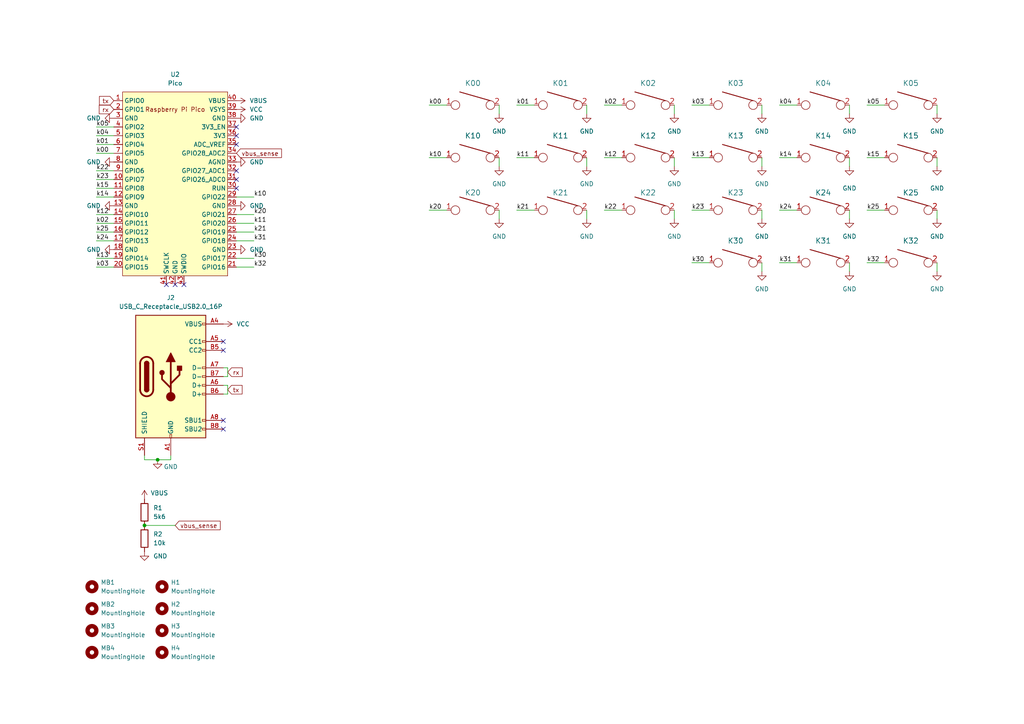
<source format=kicad_sch>
(kicad_sch (version 20231120) (generator "eeschema") (generator_version "8.0")
  (paper "A4")
  (title_block (rev "rev1.0"))
  (lib_symbols
    (symbol "Connector:USB_C_Receptacle_USB2.0_16P" (pin_names (offset 1.016))
      (property "Reference" "J" (at 0 22.225 0))
      (property "Value" "USB_C_Receptacle_USB2.0_16P" (at 0 19.685 0))
      (symbol "USB_C_Receptacle_USB2.0_16P_0_0"
        (rectangle (start -0.254 -17.78) (end 0.254 -16.764))
        (rectangle (start 10.16 -14.986) (end 9.144 -15.494))
        (rectangle (start 10.16 -12.446) (end 9.144 -12.954))
        (rectangle (start 10.16 -4.826) (end 9.144 -5.334))
        (rectangle (start 10.16 -2.286) (end 9.144 -2.794))
        (rectangle (start 10.16 0.254) (end 9.144 -0.254))
        (rectangle (start 10.16 2.794) (end 9.144 2.286))
        (rectangle (start 10.16 7.874) (end 9.144 7.366))
        (rectangle (start 10.16 10.414) (end 9.144 9.906))
        (rectangle (start 10.16 15.494) (end 9.144 14.986))
      )
      (symbol "USB_C_Receptacle_USB2.0_16P_0_1"
        (rectangle (start -10.16 17.78) (end 10.16 -17.78) (stroke (width 0.254)) (fill (type background)))
        (arc (start -8.89 -3.81) (mid -6.985 -5.7067) (end -5.08 -3.81) (stroke (width 0.508)))
        (arc (start -7.62 -3.81) (mid -6.985 -4.4423) (end -6.35 -3.81) (stroke (width 0.254)))
        (arc (start -7.62 -3.81) (mid -6.985 -4.4423) (end -6.35 -3.81) (stroke (width 0.254)) (fill (type outline)))
        (rectangle (start -7.62 -3.81) (end -6.35 3.81) (stroke (width 0.254)) (fill (type outline)))
        (arc (start -6.35 3.81) (mid -6.985 4.4423) (end -7.62 3.81) (stroke (width 0.254)))
        (arc (start -6.35 3.81) (mid -6.985 4.4423) (end -7.62 3.81) (stroke (width 0.254)) (fill (type outline)))
        (arc (start -5.08 3.81) (mid -6.985 5.7067) (end -8.89 3.81) (stroke (width 0.508)))
        (circle (center -2.54 1.143) (radius 0.635) (stroke (width 0.254)) (fill (type outline)))
        (circle (center 0 -5.842) (radius 1.27) (fill (type outline)))
        (polyline (pts (xy -8.89 -3.81) (xy -8.89 3.81)) (stroke (width 0.508)))
        (polyline (pts (xy -5.08 3.81) (xy -5.08 -3.81)) (stroke (width 0.508)))
        (polyline (pts (xy 0 -5.842) (xy 0 4.318)) (stroke (width 0.508)))
        (polyline (pts (xy 0 -3.302) (xy -2.54 -0.762) (xy -2.54 0.508)) (stroke (width 0.508)))
        (polyline (pts (xy 0 -2.032) (xy 2.54 0.508) (xy 2.54 1.778)) (stroke (width 0.508)))
        (polyline (pts (xy -1.27 4.318) (xy 0 6.858) (xy 1.27 4.318) (xy -1.27 4.318)) (stroke (width 0.254)) (fill (type outline)))
        (rectangle (start 1.905 1.778) (end 3.175 3.048) (stroke (width 0.254)) (fill (type outline)))
      )
      (symbol "USB_C_Receptacle_USB2.0_16P_1_1"
        (pin passive line (at 0 -22.86 90) (length 5.08) (name "GND") (number "A1"))
        (pin passive line (at 0 -22.86 90) (length 5.08) hide (name "GND") (number "A12"))
        (pin passive line (at 15.24 15.24 180) (length 5.08) (name "VBUS") (number "A4"))
        (pin bidirectional line (at 15.24 10.16 180) (length 5.08) (name "CC1") (number "A5"))
        (pin bidirectional line (at 15.24 -2.54 180) (length 5.08) (name "D+") (number "A6"))
        (pin bidirectional line (at 15.24 2.54 180) (length 5.08) (name "D-") (number "A7"))
        (pin bidirectional line (at 15.24 -12.7 180) (length 5.08) (name "SBU1") (number "A8"))
        (pin passive line (at 15.24 15.24 180) (length 5.08) hide (name "VBUS") (number "A9"))
        (pin passive line (at 0 -22.86 90) (length 5.08) hide (name "GND") (number "B1"))
        (pin passive line (at 0 -22.86 90) (length 5.08) hide (name "GND") (number "B12"))
        (pin passive line (at 15.24 15.24 180) (length 5.08) hide (name "VBUS") (number "B4"))
        (pin bidirectional line (at 15.24 7.62 180) (length 5.08) (name "CC2") (number "B5"))
        (pin bidirectional line (at 15.24 -5.08 180) (length 5.08) (name "D+") (number "B6"))
        (pin bidirectional line (at 15.24 0 180) (length 5.08) (name "D-") (number "B7"))
        (pin bidirectional line (at 15.24 -15.24 180) (length 5.08) (name "SBU2") (number "B8"))
        (pin passive line (at 15.24 15.24 180) (length 5.08) hide (name "VBUS") (number "B9"))
        (pin passive line (at -7.62 -22.86 90) (length 5.08) (name "SHIELD") (number "S1"))
      )
    )
    (symbol "Device:R" (pin_numbers hide) (pin_names (offset 0))
      (property "Reference" "R" (at 2.032 0 90))
      (property "Value" "R" (at 0 0 90))
      (symbol "R_0_1"
        (rectangle (start -1.016 -2.54) (end 1.016 2.54) (stroke (width 0.254)))
      )
      (symbol "R_1_1"
        (pin passive line (at 0 3.81 270) (length 1.27) (name "~") (number "1"))
        (pin passive line (at 0 -3.81 90) (length 1.27) (name "~") (number "2"))
      )
    )
    (symbol "KiCad-RP-Pico:Pico"
      (property "Reference" "U" (at -13.97 27.94 0))
      (property "Value" "Pico" (at 0 19.05 0))
      (symbol "Pico_0_0"
        (text "Raspberry Pi Pico" (at 0 21.59 0) (effects (font (size 1.27 1.27))))
      )
      (symbol "Pico_0_1"
        (rectangle (start -15.24 26.67) (end 15.24 -26.67) (fill (type background)))
      )
      (symbol "Pico_1_1"
        (pin bidirectional line (at -17.78 24.13 0) (length 2.54) (name "GPIO0") (number "1"))
        (pin bidirectional line (at -17.78 1.27 0) (length 2.54) (name "GPIO7") (number "10"))
        (pin bidirectional line (at -17.78 -1.27 0) (length 2.54) (name "GPIO8") (number "11"))
        (pin bidirectional line (at -17.78 -3.81 0) (length 2.54) (name "GPIO9") (number "12"))
        (pin power_in line (at -17.78 -6.35 0) (length 2.54) (name "GND") (number "13"))
        (pin bidirectional line (at -17.78 -8.89 0) (length 2.54) (name "GPIO10") (number "14"))
        (pin bidirectional line (at -17.78 -11.43 0) (length 2.54) (name "GPIO11") (number "15"))
        (pin bidirectional line (at -17.78 -13.97 0) (length 2.54) (name "GPIO12") (number "16"))
        (pin bidirectional line (at -17.78 -16.51 0) (length 2.54) (name "GPIO13") (number "17"))
        (pin power_in line (at -17.78 -19.05 0) (length 2.54) (name "GND") (number "18"))
        (pin bidirectional line (at -17.78 -21.59 0) (length 2.54) (name "GPIO14") (number "19"))
        (pin bidirectional line (at -17.78 21.59 0) (length 2.54) (name "GPIO1") (number "2"))
        (pin bidirectional line (at -17.78 -24.13 0) (length 2.54) (name "GPIO15") (number "20"))
        (pin bidirectional line (at 17.78 -24.13 180) (length 2.54) (name "GPIO16") (number "21"))
        (pin bidirectional line (at 17.78 -21.59 180) (length 2.54) (name "GPIO17") (number "22"))
        (pin power_in line (at 17.78 -19.05 180) (length 2.54) (name "GND") (number "23"))
        (pin bidirectional line (at 17.78 -16.51 180) (length 2.54) (name "GPIO18") (number "24"))
        (pin bidirectional line (at 17.78 -13.97 180) (length 2.54) (name "GPIO19") (number "25"))
        (pin bidirectional line (at 17.78 -11.43 180) (length 2.54) (name "GPIO20") (number "26"))
        (pin bidirectional line (at 17.78 -8.89 180) (length 2.54) (name "GPIO21") (number "27"))
        (pin power_in line (at 17.78 -6.35 180) (length 2.54) (name "GND") (number "28"))
        (pin bidirectional line (at 17.78 -3.81 180) (length 2.54) (name "GPIO22") (number "29"))
        (pin power_in line (at -17.78 19.05 0) (length 2.54) (name "GND") (number "3"))
        (pin input line (at 17.78 -1.27 180) (length 2.54) (name "RUN") (number "30"))
        (pin bidirectional line (at 17.78 1.27 180) (length 2.54) (name "GPIO26_ADC0") (number "31"))
        (pin bidirectional line (at 17.78 3.81 180) (length 2.54) (name "GPIO27_ADC1") (number "32"))
        (pin power_in line (at 17.78 6.35 180) (length 2.54) (name "AGND") (number "33"))
        (pin bidirectional line (at 17.78 8.89 180) (length 2.54) (name "GPIO28_ADC2") (number "34"))
        (pin power_in line (at 17.78 11.43 180) (length 2.54) (name "ADC_VREF") (number "35"))
        (pin power_in line (at 17.78 13.97 180) (length 2.54) (name "3V3") (number "36"))
        (pin input line (at 17.78 16.51 180) (length 2.54) (name "3V3_EN") (number "37"))
        (pin bidirectional line (at 17.78 19.05 180) (length 2.54) (name "GND") (number "38"))
        (pin power_in line (at 17.78 21.59 180) (length 2.54) (name "VSYS") (number "39"))
        (pin bidirectional line (at -17.78 16.51 0) (length 2.54) (name "GPIO2") (number "4"))
        (pin power_in line (at 17.78 24.13 180) (length 2.54) (name "VBUS") (number "40"))
        (pin input line (at -2.54 -29.21 90) (length 2.54) (name "SWCLK") (number "41"))
        (pin power_in line (at 0 -29.21 90) (length 2.54) (name "GND") (number "42"))
        (pin bidirectional line (at 2.54 -29.21 90) (length 2.54) (name "SWDIO") (number "43"))
        (pin bidirectional line (at -17.78 13.97 0) (length 2.54) (name "GPIO3") (number "5"))
        (pin bidirectional line (at -17.78 11.43 0) (length 2.54) (name "GPIO4") (number "6"))
        (pin bidirectional line (at -17.78 8.89 0) (length 2.54) (name "GPIO5") (number "7"))
        (pin power_in line (at -17.78 6.35 0) (length 2.54) (name "GND") (number "8"))
        (pin bidirectional line (at -17.78 3.81 0) (length 2.54) (name "GPIO6") (number "9"))
      )
    )
    (symbol "Mechanical:MountingHole" (pin_names (offset 1.016))
      (property "Reference" "H" (at 0 5.08 0))
      (property "Value" "MountingHole" (at 0 3.175 0))
      (symbol "MountingHole_0_1"
        (circle (center 0 0) (radius 1.27) (stroke (width 1.27)))
      )
    )
    (symbol "keyboard_parts:KEYSW" (pin_names (offset 1.016))
      (property "Reference" "K?" (at -1.27 0 0))
      (symbol "KEYSW_0_1"
        (circle (center -5.08 0) (radius 1.27))
        (polyline (pts (xy -5.08 1.27) (xy 3.81 3.81)) (stroke (width 0.254)))
        (circle (center 5.08 0) (radius 1.27))
      )
      (symbol "KEYSW_1_1"
        (pin passive line (at 7.62 0 180) (length 1.27) (name "~") (number "1"))
        (pin passive line (at -7.62 0 0) (length 1.27) (name "~") (number "2"))
      )
    )
    (symbol "power:GND" (power) (pin_names (offset 0))
      (property "Value" "GND" (at 0 -3.81 0))
      (symbol "GND_0_1"
        (polyline (pts (xy 0 0) (xy 0 -1.27) (xy 1.27 -1.27) (xy 0 -2.54) (xy -1.27 -1.27) (xy 0 -1.27)))
      )
      (symbol "GND_1_1"
        (pin power_in line (at 0 0 270) (length 0) hide (name "GND") (number "1"))
      )
    )
    (symbol "power:VBUS" (power) (pin_names (offset 0))
      (property "Value" "VBUS" (at 0 3.81 0))
      (symbol "VBUS_0_1"
        (polyline (pts (xy -0.762 1.27) (xy 0 2.54)))
        (polyline (pts (xy 0 0) (xy 0 2.54)))
        (polyline (pts (xy 0 2.54) (xy 0.762 1.27)))
      )
      (symbol "VBUS_1_1"
        (pin power_in line (at 0 0 90) (length 0) hide (name "VBUS") (number "1"))
      )
    )
    (symbol "power:VCC" (power) (pin_names (offset 0))
      (property "Value" "VCC" (at 0 3.81 0))
      (symbol "VCC_0_1"
        (polyline (pts (xy -0.762 1.27) (xy 0 2.54)))
        (polyline (pts (xy 0 0) (xy 0 2.54)))
        (polyline (pts (xy 0 2.54) (xy 0.762 1.27)))
      )
      (symbol "VCC_1_1"
        (pin power_in line (at 0 0 90) (length 0) hide (name "VCC") (number "1"))
      )
    )
  )
  (junction (at 41.91 152.4))
  (junction (at 45.72 133.35))
  (no_connect (at 64.77 121.92))
  (no_connect (at 64.77 101.6))
  (no_connect (at 68.58 49.53))
  (no_connect (at 53.34 82.55))
  (no_connect (at 50.8 82.55))
  (no_connect (at 48.26 82.55))
  (no_connect (at 64.77 124.46))
  (no_connect (at 68.58 52.07))
  (no_connect (at 68.58 39.37))
  (no_connect (at 68.58 41.91))
  (no_connect (at 68.58 36.83))
  (no_connect (at 68.58 54.61))
  (no_connect (at 64.77 99.06))
  (wire (pts (xy 149.86 60.96) (xy 154.94 60.96)))
  (wire (pts (xy 27.94 41.91) (xy 33.02 41.91)))
  (wire (pts (xy 66.04 111.76) (xy 66.04 114.3)))
  (wire (pts (xy 200.66 45.72) (xy 205.74 45.72)))
  (wire (pts (xy 251.46 30.48) (xy 256.54 30.48)))
  (wire (pts (xy 66.04 106.68) (xy 66.04 109.22)))
  (wire (pts (xy 124.46 45.72) (xy 129.54 45.72)))
  (wire (pts (xy 200.66 60.96) (xy 205.74 60.96)))
  (wire (pts (xy 68.58 67.31) (xy 73.66 67.31)))
  (wire (pts (xy 149.86 45.72) (xy 154.94 45.72)))
  (wire (pts (xy 27.94 49.53) (xy 33.02 49.53)))
  (wire (pts (xy 68.58 62.23) (xy 73.66 62.23)))
  (wire (pts (xy 27.94 74.93) (xy 33.02 74.93)))
  (wire (pts (xy 175.26 60.96) (xy 180.34 60.96)))
  (wire (pts (xy 251.46 60.96) (xy 256.54 60.96)))
  (wire (pts (xy 195.58 63.5) (xy 195.58 60.96)))
  (wire (pts (xy 144.78 63.5) (xy 144.78 60.96)))
  (wire (pts (xy 246.38 48.26) (xy 246.38 45.72)))
  (wire (pts (xy 220.98 48.26) (xy 220.98 45.72)))
  (wire (pts (xy 144.78 48.26) (xy 144.78 45.72)))
  (wire (pts (xy 27.94 67.31) (xy 33.02 67.31)))
  (wire (pts (xy 27.94 77.47) (xy 33.02 77.47)))
  (wire (pts (xy 175.26 45.72) (xy 180.34 45.72)))
  (wire (pts (xy 246.38 78.74) (xy 246.38 76.2)))
  (wire (pts (xy 271.78 48.26) (xy 271.78 45.72)))
  (wire (pts (xy 200.66 76.2) (xy 205.74 76.2)))
  (wire (pts (xy 226.06 45.72) (xy 231.14 45.72)))
  (wire (pts (xy 68.58 57.15) (xy 73.66 57.15)))
  (wire (pts (xy 200.66 30.48) (xy 205.74 30.48)))
  (wire (pts (xy 220.98 78.74) (xy 220.98 76.2)))
  (wire (pts (xy 45.72 133.35) (xy 49.53 133.35)))
  (wire (pts (xy 271.78 63.5) (xy 271.78 60.96)))
  (wire (pts (xy 124.46 60.96) (xy 129.54 60.96)))
  (wire (pts (xy 27.94 69.85) (xy 33.02 69.85)))
  (wire (pts (xy 27.94 54.61) (xy 33.02 54.61)))
  (wire (pts (xy 144.78 33.02) (xy 144.78 30.48)))
  (wire (pts (xy 195.58 48.26) (xy 195.58 45.72)))
  (wire (pts (xy 170.18 63.5) (xy 170.18 60.96)))
  (wire (pts (xy 64.77 111.76) (xy 66.04 111.76)))
  (wire (pts (xy 246.38 63.5) (xy 246.38 60.96)))
  (wire (pts (xy 41.91 133.35) (xy 45.72 133.35)))
  (wire (pts (xy 226.06 30.48) (xy 231.14 30.48)))
  (wire (pts (xy 124.46 30.48) (xy 129.54 30.48)))
  (wire (pts (xy 27.94 39.37) (xy 33.02 39.37)))
  (wire (pts (xy 27.94 57.15) (xy 33.02 57.15)))
  (wire (pts (xy 49.53 133.35) (xy 49.53 132.08)))
  (wire (pts (xy 170.18 48.26) (xy 170.18 45.72)))
  (wire (pts (xy 175.26 30.48) (xy 180.34 30.48)))
  (wire (pts (xy 68.58 74.93) (xy 73.66 74.93)))
  (wire (pts (xy 64.77 114.3) (xy 66.04 114.3)))
  (wire (pts (xy 27.94 36.83) (xy 33.02 36.83)))
  (wire (pts (xy 27.94 64.77) (xy 33.02 64.77)))
  (wire (pts (xy 41.91 152.4) (xy 50.8 152.4)))
  (wire (pts (xy 68.58 77.47) (xy 73.66 77.47)))
  (wire (pts (xy 195.58 33.02) (xy 195.58 30.48)))
  (wire (pts (xy 251.46 45.72) (xy 256.54 45.72)))
  (wire (pts (xy 27.94 44.45) (xy 33.02 44.45)))
  (wire (pts (xy 226.06 60.96) (xy 231.14 60.96)))
  (wire (pts (xy 68.58 64.77) (xy 73.66 64.77)))
  (wire (pts (xy 170.18 33.02) (xy 170.18 30.48)))
  (wire (pts (xy 226.06 76.2) (xy 231.14 76.2)))
  (wire (pts (xy 271.78 33.02) (xy 271.78 30.48)))
  (wire (pts (xy 41.91 132.08) (xy 41.91 133.35)))
  (wire (pts (xy 246.38 33.02) (xy 246.38 30.48)))
  (wire (pts (xy 251.46 76.2) (xy 256.54 76.2)))
  (wire (pts (xy 64.77 106.68) (xy 66.04 106.68)))
  (wire (pts (xy 220.98 33.02) (xy 220.98 30.48)))
  (wire (pts (xy 27.94 52.07) (xy 33.02 52.07)))
  (wire (pts (xy 27.94 62.23) (xy 33.02 62.23)))
  (wire (pts (xy 66.04 109.22) (xy 64.77 109.22)))
  (wire (pts (xy 149.86 30.48) (xy 154.94 30.48)))
  (wire (pts (xy 68.58 69.85) (xy 73.66 69.85)))
  (wire (pts (xy 271.78 78.74) (xy 271.78 76.2)))
  (wire (pts (xy 220.98 63.5) (xy 220.98 60.96)))
  (label "k11" (at 73.66 64.77 0))
  (label "k21" (at 73.66 67.31 0))
  (label "k13" (at 27.94 74.93 0))
  (label "k30" (at 200.66 76.2 0))
  (label "k02" (at 175.26 30.48 0))
  (label "k04" (at 226.06 30.48 0))
  (label "k20" (at 73.66 62.23 0))
  (label "k00" (at 27.94 44.45 0))
  (label "k01" (at 27.94 41.91 0))
  (label "k00" (at 124.46 30.48 0))
  (label "k03" (at 200.66 30.48 0))
  (label "k15" (at 251.46 45.72 0))
  (label "k23" (at 200.66 60.96 0))
  (label "k10" (at 73.66 57.15 0))
  (label "k24" (at 226.06 60.96 0))
  (label "k05" (at 251.46 30.48 0))
  (label "k32" (at 73.66 77.47 0))
  (label "k22" (at 175.26 60.96 0))
  (label "k03" (at 27.94 77.47 0))
  (label "k02" (at 27.94 64.77 0))
  (label "k01" (at 149.86 30.48 0))
  (label "k22" (at 27.94 49.53 0))
  (label "k10" (at 124.46 45.72 0))
  (label "k12" (at 27.94 62.23 0))
  (label "k30" (at 73.66 74.93 0))
  (label "k31" (at 73.66 69.85 0))
  (label "k24" (at 27.94 69.85 0))
  (label "k32" (at 251.46 76.2 0))
  (label "k14" (at 226.06 45.72 0))
  (label "k12" (at 175.26 45.72 0))
  (label "k23" (at 27.94 52.07 0))
  (label "k11" (at 149.86 45.72 0))
  (label "k15" (at 27.94 54.61 0))
  (label "k25" (at 27.94 67.31 0))
  (label "k04" (at 27.94 39.37 0))
  (label "k31" (at 226.06 76.2 0))
  (label "k13" (at 200.66 45.72 0))
  (label "k21" (at 149.86 60.96 0))
  (label "k25" (at 251.46 60.96 0))
  (label "k05" (at 27.94 36.83 0))
  (label "k14" (at 27.94 57.15 0))
  (label "k20" (at 124.46 60.96 0))
  (global_label "tx" (shape input) (at 66.04 113.03 0) (property "Intersheetrefs" "${INTERSHEET_REFS}" (effects (hide yes))))
  (global_label "vbus_sense" (shape input) (at 50.8 152.4 0) (property "Intersheetrefs" "${INTERSHEET_REFS}" (effects (hide yes))))
  (global_label "rx" (shape input) (at 66.04 107.95 0) (property "Intersheetrefs" "${INTERSHEET_REFS}" (effects (hide yes))))
  (global_label "tx" (shape input) (at 33.02 29.21 180) (property "Intersheetrefs" "${INTERSHEET_REFS}" (effects (hide yes))))
  (global_label "vbus_sense" (shape input) (at 68.58 44.45 0) (property "Intersheetrefs" "${INTERSHEET_REFS}" (effects (hide yes))))
  (global_label "rx" (shape input) (at 33.02 31.75 180) (property "Intersheetrefs" "${INTERSHEET_REFS}" (effects (hide yes))))
  (symbol (lib_id "keyboard_parts:KEYSW") (at 264.16 76.2 0) (mirror y) (unit 1)
    (property "Reference" "K32" (at 264.16 69.85 0) (effects (font (size 1.524 1.524))))
    (property "Value" "KEYSW" (effects (hide yes)))
    (property "Footprint" "keyswitches:SW_PG1350_reversible" (effects (hide yes)))
  )
  (symbol (lib_id "Mechanical:MountingHole") (at 26.67 182.88 0) (unit 1)
    (property "Reference" "MB3" (at 29.21 181.6099 0) (effects (justify left)))
    (property "Value" "MountingHole" (at 29.21 184.1499 0) (effects (justify left)))
    (property "Footprint" "beekeeb_lib:mousebites" (effects (hide yes)))
  )
  (symbol (lib_id "power:GND") (at 195.58 48.26 0) (unit 1)
    (property "Reference" "#PWR0104" (effects (hide yes)))
    (property "Value" "GND" (at 195.58 53.34 0))
  )
  (symbol (lib_id "power:VBUS") (at 68.58 29.21 270) (unit 1)
    (property "Reference" "#PWR0124" (effects (hide yes)))
    (property "Value" "VBUS" (at 72.39 29.2099 90) (effects (justify left)))
  )
  (symbol (lib_id "power:VCC") (at 64.77 93.98 270) (unit 1)
    (property "Reference" "#PWR02" (effects (hide yes)))
    (property "Value" "VCC" (at 68.58 93.9799 90) (effects (justify left)))
  )
  (symbol (lib_id "power:GND") (at 33.02 59.69 270) (unit 1)
    (property "Reference" "#PWR0128" (effects (hide yes)))
    (property "Value" "GND" (at 29.21 59.6899 90) (effects (justify right)))
  )
  (symbol (lib_id "keyboard_parts:KEYSW") (at 238.76 60.96 0) (mirror y) (unit 1)
    (property "Reference" "K24" (at 238.76 55.88 0) (effects (font (size 1.524 1.524))))
    (property "Value" "KEYSW" (effects (hide yes)))
    (property "Footprint" "keyswitches:SW_PG1350_reversible" (effects (hide yes)))
  )
  (symbol (lib_id "power:GND") (at 68.58 46.99 90) (unit 1)
    (property "Reference" "#PWR0111" (effects (hide yes)))
    (property "Value" "GND" (at 72.39 46.9899 90) (effects (justify right)))
  )
  (symbol (lib_id "keyboard_parts:KEYSW") (at 137.16 30.48 0) (mirror y) (unit 1)
    (property "Reference" "K00" (at 137.16 24.13 0) (effects (font (size 1.524 1.524))))
    (property "Value" "KEYSW" (effects (hide yes)))
    (property "Footprint" "keyswitches:SW_PG1350_reversible" (effects (hide yes)))
  )
  (symbol (lib_id "Mechanical:MountingHole") (at 46.99 189.23 0) (unit 1)
    (property "Reference" "H4" (at 49.53 187.9599 0) (effects (justify left)))
    (property "Value" "MountingHole" (at 49.53 190.4999 0) (effects (justify left)))
    (property "Footprint" "beekeeb_lib:MountingHole_2.2mm_M2-8mm" (effects (hide yes)))
  )
  (symbol (lib_id "power:VBUS") (at 41.91 144.78 0) (unit 1)
    (property "Reference" "#PWR0125" (effects (hide yes)))
    (property "Value" "VBUS" (at 46.228 143.002 0))
  )
  (symbol (lib_id "Connector:USB_C_Receptacle_USB2.0_16P") (at 49.53 109.22 0) (unit 1)
    (property "Reference" "J2" (at 49.53 86.36 0))
    (property "Value" "USB_C_Receptacle_USB2.0_16P" (at 49.53 88.9 0))
    (property "Footprint" "Connector_USB:USB_C_Receptacle_Palconn_UTC16-G" (effects (hide yes)))
    (property "Datasheet" "https://www.usb.org/sites/default/files/documents/usb_type-c.zip" (effects (hide yes)))
    (property "Description" "USB 2.0-only 16P Type-C Receptacle connector" (effects (hide yes)))
  )
  (symbol (lib_id "keyboard_parts:KEYSW") (at 264.16 45.72 0) (mirror y) (unit 1)
    (property "Reference" "K15" (at 264.16 39.37 0) (effects (font (size 1.524 1.524))))
    (property "Value" "KEYSW" (effects (hide yes)))
    (property "Footprint" "keyswitches:SW_PG1350_reversible" (effects (hide yes)))
  )
  (symbol (lib_id "power:GND") (at 144.78 48.26 0) (unit 1)
    (property "Reference" "#PWR0107" (effects (hide yes)))
    (property "Value" "GND" (at 144.78 53.34 0))
  )
  (symbol (lib_id "power:GND") (at 195.58 63.5 0) (unit 1)
    (property "Reference" "#PWR0105" (effects (hide yes)))
    (property "Value" "GND" (at 195.58 68.58 0))
  )
  (symbol (lib_id "Mechanical:MountingHole") (at 26.67 176.53 0) (unit 1)
    (property "Reference" "MB2" (at 29.21 175.2599 0) (effects (justify left)))
    (property "Value" "MountingHole" (at 29.21 177.7999 0) (effects (justify left)))
    (property "Footprint" "beekeeb_lib:mousebites" (effects (hide yes)))
  )
  (symbol (lib_id "Mechanical:MountingHole") (at 46.99 176.53 0) (unit 1)
    (property "Reference" "H2" (at 49.53 175.2599 0) (effects (justify left)))
    (property "Value" "MountingHole" (at 49.53 177.7999 0) (effects (justify left)))
    (property "Footprint" "beekeeb_lib:MountingHole_2.2mm_M2-8mm" (effects (hide yes)))
  )
  (symbol (lib_id "power:GND") (at 45.72 133.35 0) (unit 1)
    (property "Reference" "#PWR01" (effects (hide yes)))
    (property "Value" "GND" (at 49.53 135.382 0))
  )
  (symbol (lib_id "keyboard_parts:KEYSW") (at 213.36 30.48 0) (mirror y) (unit 1)
    (property "Reference" "K03" (at 213.36 24.13 0) (effects (font (size 1.524 1.524))))
    (property "Value" "KEYSW" (effects (hide yes)))
    (property "Footprint" "keyswitches:SW_PG1350_reversible" (effects (hide yes)))
  )
  (symbol (lib_id "power:GND") (at 246.38 63.5 0) (unit 1)
    (property "Reference" "#PWR0121" (effects (hide yes)))
    (property "Value" "GND" (at 246.38 68.58 0))
  )
  (symbol (lib_id "keyboard_parts:KEYSW") (at 187.96 30.48 0) (mirror y) (unit 1)
    (property "Reference" "K02" (at 187.96 24.13 0) (effects (font (size 1.524 1.524))))
    (property "Value" "KEYSW" (effects (hide yes)))
    (property "Footprint" "keyswitches:SW_PG1350_reversible" (effects (hide yes)))
  )
  (symbol (lib_id "keyboard_parts:KEYSW") (at 162.56 45.72 0) (mirror y) (unit 1)
    (property "Reference" "K11" (at 162.56 39.37 0) (effects (font (size 1.524 1.524))))
    (property "Value" "KEYSW" (effects (hide yes)))
    (property "Footprint" "keyswitches:SW_PG1350_reversible" (effects (hide yes)))
  )
  (symbol (lib_id "keyboard_parts:KEYSW") (at 187.96 60.96 0) (mirror y) (unit 1)
    (property "Reference" "K22" (at 187.96 55.88 0) (effects (font (size 1.524 1.524))))
    (property "Value" "KEYSW" (effects (hide yes)))
    (property "Footprint" "keyswitches:SW_PG1350_reversible" (effects (hide yes)))
  )
  (symbol (lib_id "power:GND") (at 271.78 33.02 0) (unit 1)
    (property "Reference" "#PWR0115" (effects (hide yes)))
    (property "Value" "GND" (at 271.78 38.1 0))
  )
  (symbol (lib_id "power:GND") (at 271.78 63.5 0) (unit 1)
    (property "Reference" "#PWR0118" (effects (hide yes)))
    (property "Value" "GND" (at 271.78 68.58 0))
  )
  (symbol (lib_id "power:GND") (at 271.78 78.74 0) (unit 1)
    (property "Reference" "#PWR0117" (effects (hide yes)))
    (property "Value" "GND" (at 271.78 83.82 0))
  )
  (symbol (lib_id "Mechanical:MountingHole") (at 26.67 170.18 0) (unit 1)
    (property "Reference" "MB1" (at 29.21 168.9099 0) (effects (justify left)))
    (property "Value" "MountingHole" (at 29.21 171.4499 0) (effects (justify left)))
    (property "Footprint" "beekeeb_lib:mousebites" (effects (hide yes)))
  )
  (symbol (lib_id "power:GND") (at 246.38 48.26 0) (unit 1)
    (property "Reference" "#PWR0119" (effects (hide yes)))
    (property "Value" "GND" (at 246.38 54.61 0))
  )
  (symbol (lib_id "power:GND") (at 170.18 63.5 0) (unit 1)
    (property "Reference" "#PWR0101" (effects (hide yes)))
    (property "Value" "GND" (at 170.18 68.58 0))
  )
  (symbol (lib_id "keyboard_parts:KEYSW") (at 238.76 30.48 0) (mirror y) (unit 1)
    (property "Reference" "K04" (at 238.76 24.13 0) (effects (font (size 1.524 1.524))))
    (property "Value" "KEYSW" (effects (hide yes)))
    (property "Footprint" "keyswitches:SW_PG1350_reversible" (effects (hide yes)))
  )
  (symbol (lib_id "power:GND") (at 246.38 78.74 0) (unit 1)
    (property "Reference" "#PWR0120" (effects (hide yes)))
    (property "Value" "GND" (at 246.38 83.82 0))
  )
  (symbol (lib_id "power:GND") (at 68.58 72.39 90) (unit 1)
    (property "Reference" "#PWR0135" (effects (hide yes)))
    (property "Value" "GND" (at 72.39 72.3899 90) (effects (justify right)))
  )
  (symbol (lib_id "Device:R") (at 41.91 156.21 0) (unit 1)
    (property "Reference" "R2" (at 44.45 154.9399 0) (effects (justify left)))
    (property "Value" "10k" (at 44.45 157.4799 0) (effects (justify left)))
    (property "Footprint" "Resistor_SMD:R_1206_3216Metric_Pad1.30x1.75mm_HandSolder" (effects (hide yes)))
  )
  (symbol (lib_id "keyboard_parts:KEYSW") (at 213.36 76.2 0) (mirror y) (unit 1)
    (property "Reference" "K30" (at 213.36 69.85 0) (effects (font (size 1.524 1.524))))
    (property "Value" "KEYSW" (effects (hide yes)))
    (property "Footprint" "keyswitches:SW_PG1350_reversible" (effects (hide yes)))
  )
  (symbol (lib_id "power:GND") (at 246.38 33.02 0) (unit 1)
    (property "Reference" "#PWR0112" (effects (hide yes)))
    (property "Value" "GND" (at 246.38 38.1 0))
  )
  (symbol (lib_id "power:GND") (at 33.02 72.39 270) (unit 1)
    (property "Reference" "#PWR0129" (effects (hide yes)))
    (property "Value" "GND" (at 29.21 72.3899 90) (effects (justify right)))
  )
  (symbol (lib_id "power:GND") (at 68.58 34.29 90) (unit 1)
    (property "Reference" "#PWR0132" (effects (hide yes)))
    (property "Value" "GND" (at 72.39 34.2899 90) (effects (justify right)))
  )
  (symbol (lib_id "KiCad-RP-Pico:Pico") (at 50.8 53.34 0) (unit 1)
    (property "Reference" "U2" (at 50.8 21.59 0))
    (property "Value" "Pico" (at 50.8 24.13 0))
    (property "Footprint" "RPi_Pico:RPi_Pico_SMD_TH" (effects (hide yes)))
  )
  (symbol (lib_id "keyboard_parts:KEYSW") (at 137.16 60.96 0) (mirror y) (unit 1)
    (property "Reference" "K20" (at 137.16 55.88 0) (effects (font (size 1.524 1.524))))
    (property "Value" "KEYSW" (effects (hide yes)))
    (property "Footprint" "keyswitches:SW_PG1350_reversible" (effects (hide yes)))
  )
  (symbol (lib_id "power:GND") (at 41.91 160.02 0) (unit 1)
    (property "Reference" "#PWR0127" (effects (hide yes)))
    (property "Value" "GND" (at 44.45 161.2899 0) (effects (justify left)))
  )
  (symbol (lib_id "power:VCC") (at 68.58 31.75 270) (unit 1)
    (property "Reference" "#PWR0133" (effects (hide yes)))
    (property "Value" "VCC" (at 72.39 31.7499 90) (effects (justify left)))
  )
  (symbol (lib_id "power:GND") (at 271.78 48.26 0) (unit 1)
    (property "Reference" "#PWR0116" (effects (hide yes)))
    (property "Value" "GND" (at 271.78 54.61 0))
  )
  (symbol (lib_id "keyboard_parts:KEYSW") (at 213.36 60.96 0) (mirror y) (unit 1)
    (property "Reference" "K23" (at 213.36 55.88 0) (effects (font (size 1.524 1.524))))
    (property "Value" "KEYSW" (effects (hide yes)))
    (property "Footprint" "keyswitches:SW_PG1350_reversible" (effects (hide yes)))
  )
  (symbol (lib_id "power:GND") (at 68.58 59.69 90) (unit 1)
    (property "Reference" "#PWR0134" (effects (hide yes)))
    (property "Value" "GND" (at 72.39 59.6899 90) (effects (justify right)))
  )
  (symbol (lib_id "keyboard_parts:KEYSW") (at 137.16 45.72 0) (mirror y) (unit 1)
    (property "Reference" "K10" (at 137.16 39.37 0) (effects (font (size 1.524 1.524))))
    (property "Value" "KEYSW" (effects (hide yes)))
    (property "Footprint" "keyswitches:SW_PG1350_reversible" (effects (hide yes)))
  )
  (symbol (lib_id "keyboard_parts:KEYSW") (at 162.56 30.48 0) (mirror y) (unit 1)
    (property "Reference" "K01" (at 162.56 24.13 0) (effects (font (size 1.524 1.524))))
    (property "Value" "KEYSW" (effects (hide yes)))
    (property "Footprint" "keyswitches:SW_PG1350_reversible" (effects (hide yes)))
  )
  (symbol (lib_id "keyboard_parts:KEYSW") (at 264.16 60.96 0) (mirror y) (unit 1)
    (property "Reference" "K25" (at 264.16 55.88 0) (effects (font (size 1.524 1.524))))
    (property "Value" "KEYSW" (effects (hide yes)))
    (property "Footprint" "keyswitches:SW_PG1350_reversible" (effects (hide yes)))
  )
  (symbol (lib_id "power:GND") (at 33.02 46.99 270) (unit 1)
    (property "Reference" "#PWR0131" (effects (hide yes)))
    (property "Value" "GND" (at 29.21 46.9899 90) (effects (justify right)))
  )
  (symbol (lib_id "keyboard_parts:KEYSW") (at 238.76 76.2 0) (mirror y) (unit 1)
    (property "Reference" "K31" (at 238.76 69.85 0) (effects (font (size 1.524 1.524))))
    (property "Value" "KEYSW" (effects (hide yes)))
    (property "Footprint" "keyswitches:SW_PG1350_reversible" (effects (hide yes)))
  )
  (symbol (lib_id "Mechanical:MountingHole") (at 46.99 182.88 0) (unit 1)
    (property "Reference" "H3" (at 49.53 181.6099 0) (effects (justify left)))
    (property "Value" "MountingHole" (at 49.53 184.1499 0) (effects (justify left)))
    (property "Footprint" "beekeeb_lib:MountingHole_2.2mm_M2-8mm" (effects (hide yes)))
  )
  (symbol (lib_id "power:GND") (at 220.98 33.02 0) (unit 1)
    (property "Reference" "#PWR0123" (effects (hide yes)))
    (property "Value" "GND" (at 220.98 38.1 0))
  )
  (symbol (lib_id "keyboard_parts:KEYSW") (at 238.76 45.72 0) (mirror y) (unit 1)
    (property "Reference" "K14" (at 238.76 39.37 0) (effects (font (size 1.524 1.524))))
    (property "Value" "KEYSW" (effects (hide yes)))
    (property "Footprint" "keyswitches:SW_PG1350_reversible" (effects (hide yes)))
  )
  (symbol (lib_id "Mechanical:MountingHole") (at 26.67 189.23 0) (unit 1)
    (property "Reference" "MB4" (at 29.21 187.9599 0) (effects (justify left)))
    (property "Value" "MountingHole" (at 29.21 190.4999 0) (effects (justify left)))
    (property "Footprint" "beekeeb_lib:mousebites" (effects (hide yes)))
  )
  (symbol (lib_id "power:GND") (at 144.78 33.02 0) (unit 1)
    (property "Reference" "#PWR0109" (effects (hide yes)))
    (property "Value" "GND" (at 144.78 38.1 0))
  )
  (symbol (lib_id "power:GND") (at 33.02 34.29 270) (unit 1)
    (property "Reference" "#PWR0130" (effects (hide yes)))
    (property "Value" "GND" (at 29.21 34.2899 90) (effects (justify right)))
  )
  (symbol (lib_id "keyboard_parts:KEYSW") (at 213.36 45.72 0) (mirror y) (unit 1)
    (property "Reference" "K13" (at 213.36 39.37 0) (effects (font (size 1.524 1.524))))
    (property "Value" "KEYSW" (effects (hide yes)))
    (property "Footprint" "keyswitches:SW_PG1350_reversible" (effects (hide yes)))
  )
  (symbol (lib_id "power:GND") (at 195.58 33.02 0) (unit 1)
    (property "Reference" "#PWR0103" (effects (hide yes)))
    (property "Value" "GND" (at 195.58 38.1 0))
  )
  (symbol (lib_id "power:GND") (at 220.98 48.26 0) (unit 1)
    (property "Reference" "#PWR0122" (effects (hide yes)))
    (property "Value" "GND" (at 220.98 53.34 0))
  )
  (symbol (lib_id "keyboard_parts:KEYSW") (at 162.56 60.96 0) (mirror y) (unit 1)
    (property "Reference" "K21" (at 162.56 55.88 0) (effects (font (size 1.524 1.524))))
    (property "Value" "KEYSW" (effects (hide yes)))
    (property "Footprint" "keyswitches:SW_PG1350_reversible" (effects (hide yes)))
  )
  (symbol (lib_id "keyboard_parts:KEYSW") (at 187.96 45.72 0) (mirror y) (unit 1)
    (property "Reference" "K12" (at 187.96 39.37 0) (effects (font (size 1.524 1.524))))
    (property "Value" "KEYSW" (effects (hide yes)))
    (property "Footprint" "keyswitches:SW_PG1350_reversible" (effects (hide yes)))
  )
  (symbol (lib_id "power:GND") (at 220.98 78.74 0) (unit 1)
    (property "Reference" "#PWR0113" (effects (hide yes)))
    (property "Value" "GND" (at 220.98 83.82 0))
  )
  (symbol (lib_id "power:GND") (at 170.18 33.02 0) (unit 1)
    (property "Reference" "#PWR0106" (effects (hide yes)))
    (property "Value" "GND" (at 170.18 38.1 0))
  )
  (symbol (lib_id "power:GND") (at 170.18 48.26 0) (unit 1)
    (property "Reference" "#PWR0102" (effects (hide yes)))
    (property "Value" "GND" (at 170.18 53.34 0))
  )
  (symbol (lib_id "Mechanical:MountingHole") (at 46.99 170.18 0) (unit 1)
    (property "Reference" "H1" (at 49.53 168.9099 0) (effects (justify left)))
    (property "Value" "MountingHole" (at 49.53 171.4499 0) (effects (justify left)))
    (property "Footprint" "beekeeb_lib:MountingHole_2.2mm_M2-8mm" (effects (hide yes)))
  )
  (symbol (lib_id "power:GND") (at 220.98 63.5 0) (unit 1)
    (property "Reference" "#PWR0114" (effects (hide yes)))
    (property "Value" "GND" (at 220.98 68.58 0))
  )
  (symbol (lib_id "Device:R") (at 41.91 148.59 0) (unit 1)
    (property "Reference" "R1" (at 44.45 147.3199 0) (effects (justify left)))
    (property "Value" "5k6" (at 44.45 149.8599 0) (effects (justify left)))
    (property "Footprint" "Resistor_SMD:R_1206_3216Metric_Pad1.30x1.75mm_HandSolder" (effects (hide yes)))
  )
  (symbol (lib_id "power:GND") (at 144.78 63.5 0) (unit 1)
    (property "Reference" "#PWR0108" (effects (hide yes)))
    (property "Value" "GND" (at 144.78 68.58 0))
  )
  (symbol (lib_id "keyboard_parts:KEYSW") (at 264.16 30.48 0) (mirror y) (unit 1)
    (property "Reference" "K05" (at 264.16 24.13 0) (effects (font (size 1.524 1.524))))
    (property "Value" "KEYSW" (effects (hide yes)))
    (property "Footprint" "keyswitches:SW_PG1350_reversible" (effects (hide yes)))
  )
)
</source>
